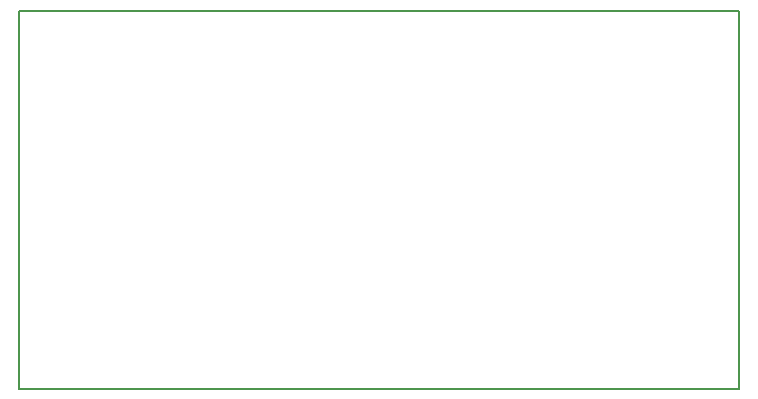
<source format=gbr>
G04 #@! TF.FileFunction,Profile,NP*
%FSLAX46Y46*%
G04 Gerber Fmt 4.6, Leading zero omitted, Abs format (unit mm)*
G04 Created by KiCad (PCBNEW 4.0.7-e2-6376~61~ubuntu18.04.1) date Sat May 19 10:45:23 2018*
%MOMM*%
%LPD*%
G01*
G04 APERTURE LIST*
%ADD10C,0.100000*%
%ADD11C,0.150000*%
G04 APERTURE END LIST*
D10*
D11*
X60960000Y-26162000D02*
X60960000Y-24892000D01*
X0Y-26162000D02*
X60960000Y-26162000D01*
X0Y-25654000D02*
X0Y-26162000D01*
X0Y5842000D02*
X0Y-25654000D01*
X60960000Y5842000D02*
X0Y5842000D01*
X60960000Y-25654000D02*
X60960000Y5842000D01*
M02*

</source>
